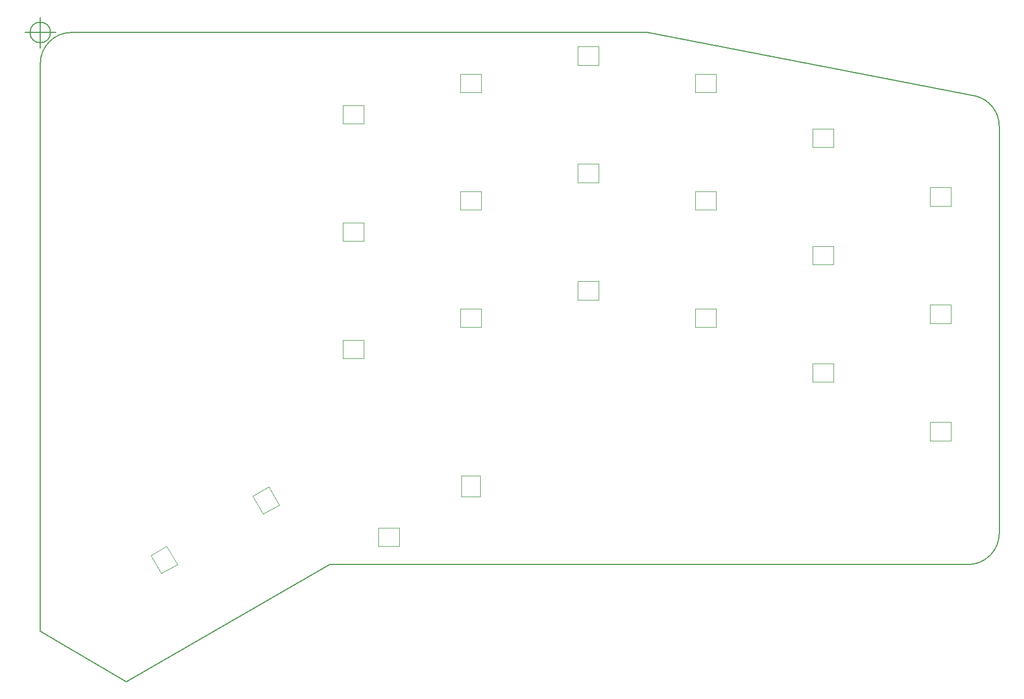
<source format=gm1>
G04 #@! TF.GenerationSoftware,KiCad,Pcbnew,5.1.5+dfsg1-2build2*
G04 #@! TF.CreationDate,2021-01-11T03:59:27+09:00*
G04 #@! TF.ProjectId,silverbullet44,73696c76-6572-4627-956c-6c657434342e,rev?*
G04 #@! TF.SameCoordinates,Original*
G04 #@! TF.FileFunction,Profile,NP*
%FSLAX46Y46*%
G04 Gerber Fmt 4.6, Leading zero omitted, Abs format (unit mm)*
G04 Created by KiCad (PCBNEW 5.1.5+dfsg1-2build2) date 2021-01-11 03:59:27*
%MOMM*%
%LPD*%
G04 APERTURE LIST*
%ADD10C,0.150000*%
%ADD11C,0.120000*%
G04 APERTURE END LIST*
D10*
X12065000Y-17145000D02*
G75*
G02X17145000Y-12065000I5080000J0D01*
G01*
X13731666Y-12065000D02*
G75*
G03X13731666Y-12065000I-1666666J0D01*
G01*
X9565000Y-12065000D02*
X14565000Y-12065000D01*
X12065000Y-9565000D02*
X12065000Y-14565000D01*
X26035000Y-117475000D02*
X12065000Y-109220000D01*
X163801099Y-22378939D02*
G75*
G02X167640000Y-27305000I-1241099J-4926061D01*
G01*
X167640000Y-93345000D02*
G75*
G02X162560000Y-98425000I-5080000J0D01*
G01*
X12065000Y-109220000D02*
X12065000Y-17145000D01*
X59055000Y-98425000D02*
X26035000Y-117475000D01*
X162560000Y-98425000D02*
X59055000Y-98425000D01*
X167640000Y-27305000D02*
X167640000Y-93345000D01*
X110490000Y-12065000D02*
X163801099Y-22378939D01*
X17145000Y-12065000D02*
X110490000Y-12065000D01*
D11*
X64565000Y-45950000D02*
X64565000Y-42950000D01*
X64565000Y-42950000D02*
X61165000Y-42950000D01*
X61165000Y-42950000D02*
X61165000Y-45950000D01*
X61165000Y-45950000D02*
X64565000Y-45950000D01*
X61165000Y-23900000D02*
X61165000Y-26900000D01*
X61165000Y-26900000D02*
X64565000Y-26900000D01*
X64565000Y-26900000D02*
X64565000Y-23900000D01*
X64565000Y-23900000D02*
X61165000Y-23900000D01*
X80215000Y-18820000D02*
X80215000Y-21820000D01*
X80215000Y-21820000D02*
X83615000Y-21820000D01*
X83615000Y-21820000D02*
X83615000Y-18820000D01*
X83615000Y-18820000D02*
X80215000Y-18820000D01*
X61165000Y-62000000D02*
X61165000Y-65000000D01*
X61165000Y-65000000D02*
X64565000Y-65000000D01*
X64565000Y-65000000D02*
X64565000Y-62000000D01*
X64565000Y-62000000D02*
X61165000Y-62000000D01*
X99265000Y-14375000D02*
X99265000Y-17375000D01*
X99265000Y-17375000D02*
X102665000Y-17375000D01*
X102665000Y-17375000D02*
X102665000Y-14375000D01*
X102665000Y-14375000D02*
X99265000Y-14375000D01*
X80215000Y-56920000D02*
X80215000Y-59920000D01*
X80215000Y-59920000D02*
X83615000Y-59920000D01*
X83615000Y-59920000D02*
X83615000Y-56920000D01*
X83615000Y-56920000D02*
X80215000Y-56920000D01*
X118315000Y-18820000D02*
X118315000Y-21820000D01*
X118315000Y-21820000D02*
X121715000Y-21820000D01*
X121715000Y-21820000D02*
X121715000Y-18820000D01*
X121715000Y-18820000D02*
X118315000Y-18820000D01*
X99265000Y-52475000D02*
X99265000Y-55475000D01*
X99265000Y-55475000D02*
X102665000Y-55475000D01*
X102665000Y-55475000D02*
X102665000Y-52475000D01*
X102665000Y-52475000D02*
X99265000Y-52475000D01*
X137365000Y-27710000D02*
X137365000Y-30710000D01*
X137365000Y-30710000D02*
X140765000Y-30710000D01*
X140765000Y-30710000D02*
X140765000Y-27710000D01*
X140765000Y-27710000D02*
X137365000Y-27710000D01*
X118315000Y-56920000D02*
X118315000Y-59920000D01*
X118315000Y-59920000D02*
X121715000Y-59920000D01*
X121715000Y-59920000D02*
X121715000Y-56920000D01*
X121715000Y-56920000D02*
X118315000Y-56920000D01*
X156415000Y-37235000D02*
X156415000Y-40235000D01*
X156415000Y-40235000D02*
X159815000Y-40235000D01*
X159815000Y-40235000D02*
X159815000Y-37235000D01*
X159815000Y-37235000D02*
X156415000Y-37235000D01*
X137365000Y-65810000D02*
X137365000Y-68810000D01*
X137365000Y-68810000D02*
X140765000Y-68810000D01*
X140765000Y-68810000D02*
X140765000Y-65810000D01*
X140765000Y-65810000D02*
X137365000Y-65810000D01*
X159815000Y-59285000D02*
X159815000Y-56285000D01*
X159815000Y-56285000D02*
X156415000Y-56285000D01*
X156415000Y-56285000D02*
X156415000Y-59285000D01*
X156415000Y-59285000D02*
X159815000Y-59285000D01*
X156415000Y-75335000D02*
X156415000Y-78335000D01*
X156415000Y-78335000D02*
X159815000Y-78335000D01*
X159815000Y-78335000D02*
X159815000Y-75335000D01*
X159815000Y-75335000D02*
X156415000Y-75335000D01*
X140765000Y-49760000D02*
X140765000Y-46760000D01*
X140765000Y-46760000D02*
X137365000Y-46760000D01*
X137365000Y-46760000D02*
X137365000Y-49760000D01*
X137365000Y-49760000D02*
X140765000Y-49760000D01*
X80415000Y-87425000D02*
X83415000Y-87425000D01*
X83415000Y-87425000D02*
X83415000Y-84025000D01*
X83415000Y-84025000D02*
X80415000Y-84025000D01*
X80415000Y-84025000D02*
X80415000Y-87425000D01*
X121715000Y-40870000D02*
X121715000Y-37870000D01*
X121715000Y-37870000D02*
X118315000Y-37870000D01*
X118315000Y-37870000D02*
X118315000Y-40870000D01*
X118315000Y-40870000D02*
X121715000Y-40870000D01*
X70280000Y-95480000D02*
X70280000Y-92480000D01*
X70280000Y-92480000D02*
X66880000Y-92480000D01*
X66880000Y-92480000D02*
X66880000Y-95480000D01*
X66880000Y-95480000D02*
X70280000Y-95480000D01*
X102665000Y-36425000D02*
X102665000Y-33425000D01*
X102665000Y-33425000D02*
X99265000Y-33425000D01*
X99265000Y-33425000D02*
X99265000Y-36425000D01*
X99265000Y-36425000D02*
X102665000Y-36425000D01*
X48226462Y-90233143D02*
X50824538Y-88733143D01*
X50824538Y-88733143D02*
X49124538Y-85788657D01*
X49124538Y-85788657D02*
X46526462Y-87288657D01*
X46526462Y-87288657D02*
X48226462Y-90233143D01*
X83615000Y-40870000D02*
X83615000Y-37870000D01*
X83615000Y-37870000D02*
X80215000Y-37870000D01*
X80215000Y-37870000D02*
X80215000Y-40870000D01*
X80215000Y-40870000D02*
X83615000Y-40870000D01*
X31681962Y-99885243D02*
X34280038Y-98385243D01*
X34280038Y-98385243D02*
X32580038Y-95440757D01*
X32580038Y-95440757D02*
X29981962Y-96940757D01*
X29981962Y-96940757D02*
X31681962Y-99885243D01*
M02*

</source>
